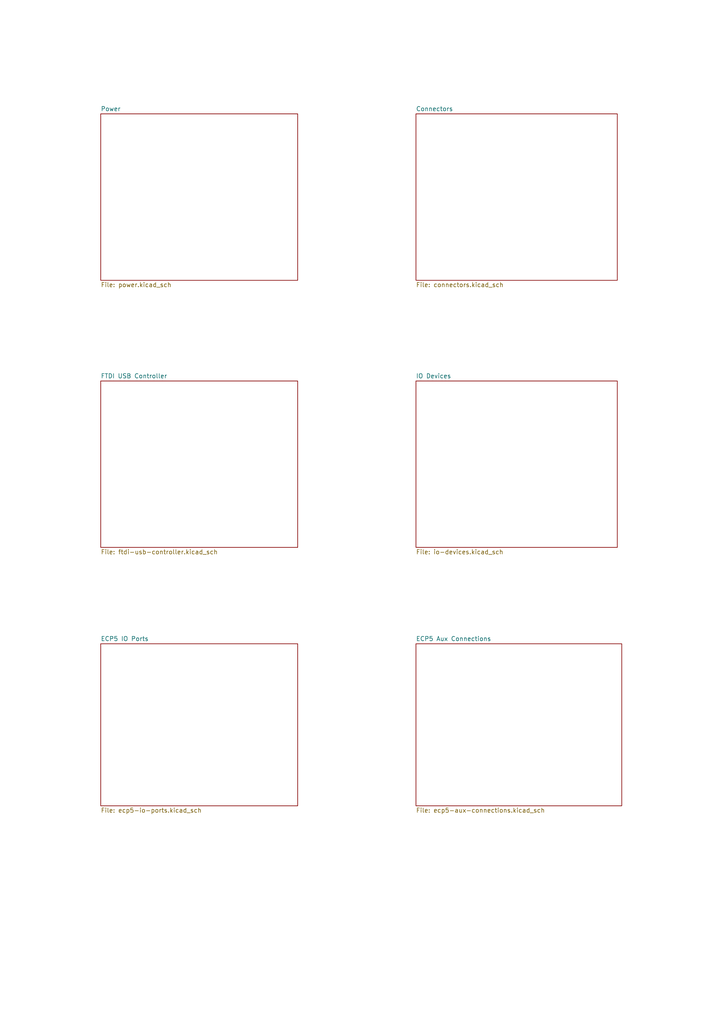
<source format=kicad_sch>
(kicad_sch
	(version 20231120)
	(generator "eeschema")
	(generator_version "8.0")
	(uuid "864346d0-d3ef-428e-a44f-9476f195db98")
	(paper "A4" portrait)
	(lib_symbols)
	(polyline
		(pts
			(xy 195.58 349.25) (xy 195.58 349.25)
		)
		(stroke
			(width 0)
			(type dash)
		)
		(uuid "72bf131f-aafc-4c39-ac89-aae859746157")
	)
	(polyline
		(pts
			(xy 344.17 349.25) (xy 344.17 349.25)
		)
		(stroke
			(width 0)
			(type dash)
		)
		(uuid "7afef672-40a0-47f5-b22c-a813682433b4")
	)
	(sheet
		(at 120.65 110.49)
		(size 58.42 48.26)
		(fields_autoplaced yes)
		(stroke
			(width 0.1524)
			(type solid)
		)
		(fill
			(color 0 0 0 0.0000)
		)
		(uuid "2246a9ee-5659-49ee-b5ee-c79e38846a79")
		(property "Sheetname" "IO Devices"
			(at 120.65 109.7784 0)
			(effects
				(font
					(size 1.27 1.27)
				)
				(justify left bottom)
			)
		)
		(property "Sheetfile" "io-devices.kicad_sch"
			(at 120.65 159.3346 0)
			(effects
				(font
					(size 1.27 1.27)
				)
				(justify left top)
			)
		)
		(instances
			(project "HispalisFPGA"
				(path "/864346d0-d3ef-428e-a44f-9476f195db98"
					(page "5")
				)
			)
		)
	)
	(sheet
		(at 120.65 186.69)
		(size 59.69 46.99)
		(fields_autoplaced yes)
		(stroke
			(width 0.1524)
			(type solid)
		)
		(fill
			(color 0 0 0 0.0000)
		)
		(uuid "4ad2dfa8-2810-4fd3-b282-045d05546864")
		(property "Sheetname" "ECP5 Aux Connections"
			(at 120.65 185.9784 0)
			(effects
				(font
					(size 1.27 1.27)
				)
				(justify left bottom)
			)
		)
		(property "Sheetfile" "ecp5-aux-connections.kicad_sch"
			(at 120.65 234.2646 0)
			(effects
				(font
					(size 1.27 1.27)
				)
				(justify left top)
			)
		)
		(instances
			(project "HispalisFPGA"
				(path "/864346d0-d3ef-428e-a44f-9476f195db98"
					(page "7")
				)
			)
		)
	)
	(sheet
		(at 29.21 186.69)
		(size 57.15 46.99)
		(fields_autoplaced yes)
		(stroke
			(width 0.1524)
			(type solid)
		)
		(fill
			(color 0 0 0 0.0000)
		)
		(uuid "79b2db60-ab3f-4b1c-9160-e735db7b00f9")
		(property "Sheetname" "ECP5 IO Ports"
			(at 29.21 185.9784 0)
			(effects
				(font
					(size 1.27 1.27)
				)
				(justify left bottom)
			)
		)
		(property "Sheetfile" "ecp5-io-ports.kicad_sch"
			(at 29.21 234.2646 0)
			(effects
				(font
					(size 1.27 1.27)
				)
				(justify left top)
			)
		)
		(instances
			(project "HispalisFPGA"
				(path "/864346d0-d3ef-428e-a44f-9476f195db98"
					(page "6")
				)
			)
		)
	)
	(sheet
		(at 29.21 110.49)
		(size 57.15 48.26)
		(fields_autoplaced yes)
		(stroke
			(width 0.1524)
			(type solid)
		)
		(fill
			(color 0 0 0 0.0000)
		)
		(uuid "b100cd7e-168e-400b-b229-504b7bfa854d")
		(property "Sheetname" "FTDI USB Controller"
			(at 29.21 109.7784 0)
			(effects
				(font
					(size 1.27 1.27)
				)
				(justify left bottom)
			)
		)
		(property "Sheetfile" "ftdi-usb-controller.kicad_sch"
			(at 29.21 159.3346 0)
			(effects
				(font
					(size 1.27 1.27)
				)
				(justify left top)
			)
		)
		(instances
			(project "HispalisFPGA"
				(path "/864346d0-d3ef-428e-a44f-9476f195db98"
					(page "4")
				)
			)
		)
	)
	(sheet
		(at 120.65 33.02)
		(size 58.42 48.26)
		(fields_autoplaced yes)
		(stroke
			(width 0.1524)
			(type solid)
		)
		(fill
			(color 0 0 0 0.0000)
		)
		(uuid "b6a4d967-b3aa-4b5c-a3fd-3675ad6e05ec")
		(property "Sheetname" "Connectors"
			(at 120.65 32.3084 0)
			(effects
				(font
					(size 1.27 1.27)
				)
				(justify left bottom)
			)
		)
		(property "Sheetfile" "connectors.kicad_sch"
			(at 120.65 81.8646 0)
			(effects
				(font
					(size 1.27 1.27)
				)
				(justify left top)
			)
		)
		(instances
			(project "HispalisFPGA"
				(path "/864346d0-d3ef-428e-a44f-9476f195db98"
					(page "3")
				)
			)
		)
	)
	(sheet
		(at 29.21 33.02)
		(size 57.15 48.26)
		(fields_autoplaced yes)
		(stroke
			(width 0.1524)
			(type solid)
		)
		(fill
			(color 0 0 0 0.0000)
		)
		(uuid "df2cb437-ed1b-425a-abcf-6997f077f0f9")
		(property "Sheetname" "Power"
			(at 29.21 32.3084 0)
			(effects
				(font
					(size 1.27 1.27)
				)
				(justify left bottom)
			)
		)
		(property "Sheetfile" "power.kicad_sch"
			(at 29.21 81.8646 0)
			(effects
				(font
					(size 1.27 1.27)
				)
				(justify left top)
			)
		)
		(instances
			(project "HispalisFPGA"
				(path "/864346d0-d3ef-428e-a44f-9476f195db98"
					(page "2")
				)
			)
		)
	)
	(sheet_instances
		(path "/"
			(page "1")
		)
	)
)

</source>
